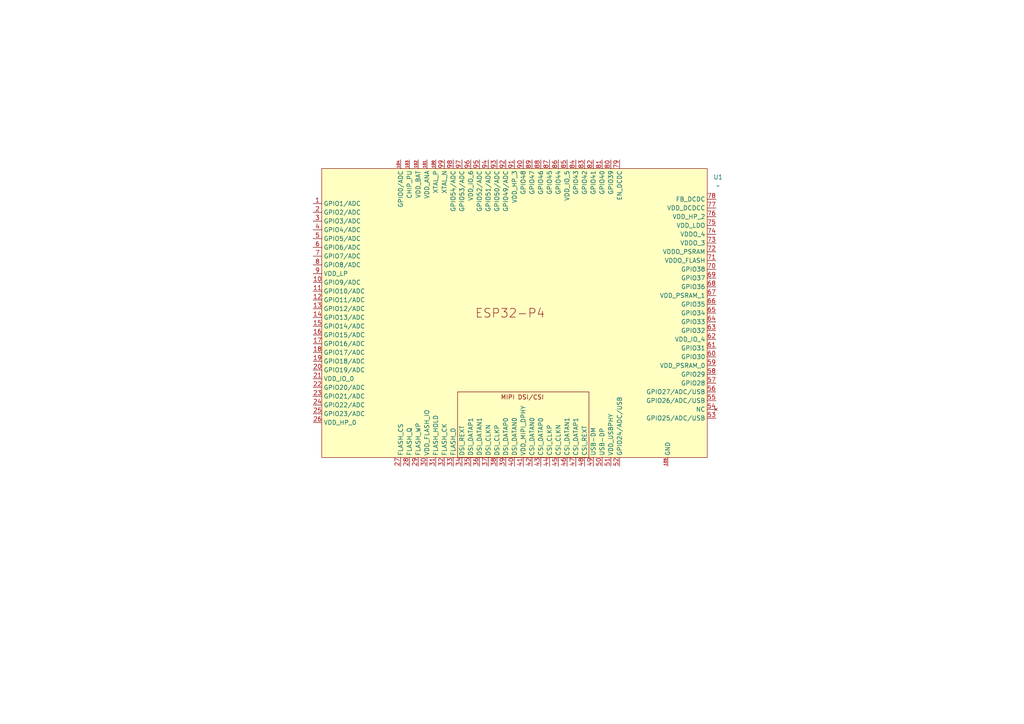
<source format=kicad_sch>
(kicad_sch (version 20250114) (generator "eeschema") (generator_version "9.0")
  (paper "A4")
  (lib_symbols
    (symbol "PCM_Espressif:ESP32-P4"
      (property "Reference" "U" (at -54.61 43.688 0))
      (symbol "ESP32-P4_1_0"
        (polyline (pts (xy -4.5252 14.5008) (xy -4.7395 14.2776) (xy -4.9415 14.045) (xy -5.131 13.8036) (xy -5.3078 13.5539) (xy -5.4717 13.2963) (xy -5.6225 13.0315) (xy -5.7599 12.7599) (xy -5.8838 12.482) (xy -5.9939 12.1985) (xy -6.0901 11.9096) (xy -6.172 11.6161) (xy -6.2395 11.3184) (xy -6.2924 11.017) (xy -6.3305 10.7125) (xy -6.3535 10.4053) (xy -6.3612 10.096) (xy -6.3535 9.7867) (xy -6.3305 9.4795) (xy -6.2924 9.175) (xy -6.2395 8.8736) (xy -6.172 8.5759) (xy -6.0901 8.2824) (xy -5.9939 7.9936) (xy -5.8838 7.71) (xy -5.7599 7.4321) (xy -5.6225 7.1605) (xy -5.4717 6.8957) (xy -5.3078 6.6381) (xy -5.131 6.3884) (xy -4.9415 6.147) (xy -4.7395 5.9144) (xy -4.5252 5.6912) (xy -4.302 5.477) (xy -4.0694 5.275) (xy -3.828 5.0855) (xy -3.5783 4.9087) (xy -3.3208 4.7448) (xy -3.0559 4.594) (xy -2.7843 4.4565) (xy -2.5065 4.3326) (xy -2.2229 4.2225) (xy -1.9341 4.1264) (xy -1.6406 4.0444) (xy -1.3428 3.9769) (xy -1.0415 3.924) (xy -0.7369 3.886) (xy -0.4297 3.863) (xy -0.1204 3.8553) (xy 0.1889 3.863) (xy 0.496 3.886) (xy 0.8006 3.924) (xy 1.102 3.9769) (xy 1.3997 4.0444) (xy 1.6932 4.1264) (xy 1.982 4.2225) (xy 2.2656 4.3326) (xy 2.5435 4.4565) (xy 2.8151 4.594) (xy 3.0799 4.7448) (xy 3.3374 4.9087) (xy 3.5871 5.0855) (xy 3.8286 5.275) (xy 4.0611 5.477) (xy 4.2843 5.6912) (xy 4.6426 5.333) (xy 4.398 5.1039) (xy 4.1433 4.8884) (xy 3.8791 4.6866) (xy 3.6061 4.4988) (xy 3.3247 4.3252) (xy 3.0356 4.166) (xy 2.7394 4.0215) (xy 2.4365 3.8919) (xy 2.1276 3.7774) (xy 1.8132 3.6783) (xy 1.4939 3.5947) (xy 1.1704 3.5269) (xy 0.8431 3.4752) (xy 0.5126 3.4397) (xy 0.1795 3.4206) (xy -0.1557 3.4183) (xy -0.5004 3.427) (xy -0.8406 3.4528) (xy -1.1759 3.4953) (xy -1.5058 3.554) (xy -1.83 3.6286) (xy -2.148 3.7187) (xy -2.4594 3.8237) (xy -2.7638 3.9434) (xy -3.0608 4.0772) (xy -3.3499 4.2248) (xy -3.6308 4.3857) (xy -3.9029 4.5595) (xy -4.166 4.7459) (xy -4.4195 4.9443) (xy -4.663 5.1545) (xy -4.8962 5.3758) (xy -5.1186 5.6081) (xy -5.3298 5.8507) (xy -5.5294 6.1033) (xy -5.7169 6.3655) (xy -5.8919 6.6369) (xy -6.0541 6.9171) (xy -6.2029 7.2055) (xy -6.338 7.5019) (xy -6.459 7.8058) (xy -6.5654 8.1168) (xy -6.6568 8.4344) (xy -6.7328 8.7582) (xy -6.793 9.0879) (xy -6.837 9.423) (xy -6.8642 9.7631) (xy -6.8744 10.1077) (xy -6.8671 10.4411) (xy -6.8433 10.7723) (xy -6.8032 11.1006) (xy -6.7471 11.4256) (xy -6.6752 11.7466) (xy -6.5877 12.0632) (xy -6.4848 12.3747) (xy -6.3669 12.6806) (xy -6.234 12.9804) (xy -6.0865 13.2734) (xy -5.9246 13.5592) (xy -5.7485 13.8371) (xy -5.5585 14.1066) (xy -5.3547 14.3671) (xy -5.1374 14.6181) (xy -4.9069 14.8591) (xy -4.5252 14.5008)) (stroke (width -0.0001)) (fill (type color) (color 231 53 44 1)))
        (polyline (pts (xy -3.6305 7.4286) (xy -3.5877 7.4254) (xy -3.5453 7.4201) (xy -3.5033 7.4128) (xy -3.4618 7.4034) (xy -3.4208 7.3921) (xy -3.3806 7.3787) (xy -3.341 7.3635) (xy -3.3022 7.3463) (xy -3.2643 7.3272) (xy -3.2274 7.3063) (xy -3.1914 7.2836) (xy -3.1565 7.2591) (xy -3.1228 7.2328) (xy -3.0902 7.2048) (xy -3.059 7.1751) (xy -3.0293 7.1438) (xy -3.0013 7.1113) (xy -2.975 7.0776) (xy -2.9505 7.0427) (xy -2.9277 7.0067) (xy -2.9068 6.9697) (xy -2.8878 6.9318) (xy -2.8706 6.8931) (xy -2.8553 6.8535) (xy -2.842 6.8132) (xy -2.8306 6.7723) (xy -2.8213 6.7308) (xy -2.8139 6.6888) (xy -2.8087 6.6463) (xy -2.8055 6.6035) (xy -2.8044 6.5604) (xy -2.8069 6.495) (xy -2.8142 6.4305) (xy -2.8261 6.3673) (xy -2.8426 6.3056) (xy -2.8635 6.2455) (xy -2.8886 6.1873) (xy -2.9178 6.1313) (xy -2.9509 6.0775) (xy -2.9879 6.0263) (xy -3.0285 5.9779) (xy -3.0726 5.9324) (xy -3.1201 5.8902) (xy -3.1709 5.8513) (xy -3.2247 5.8161) (xy -3.2814 5.7847) (xy -3.341 5.7574) (xy -3.4024 5.7346) (xy -3.4648 5.7167) (xy -3.5277 5.7035) (xy -3.5911 5.6951) (xy -3.6546 5.6914) (xy -3.7179 5.6923) (xy -3.7809 5.6979) (xy -3.8432 5.7079) (xy -3.9046 5.7225) (xy -3.9649 5.7415) (xy -4.0238 5.7649) (xy -4.081 5.7926) (xy -4.1364 5.8246) (xy -4.1895 5.8608) (xy -4.2402 5.9012) (xy -4.2883 5.9458) (xy -4.3328 5.9938) (xy -4.3732 6.0446) (xy -4.4095 6.0977) (xy -4.4415 6.153) (xy -4.4692 6.2102) (xy -4.4926 6.2691) (xy -4.5116 6.3294) (xy -4.5261 6.3909) (xy -4.5362 6.4532) (xy -4.5417 6.5162) (xy -4.5427 6.5795) (xy -4.539 6.643) (xy -4.5305 6.7063) (xy -4.5174 6.7693) (xy -4.4995 6.8316) (xy -4.4767 6.8931) (xy -4.4635 6.9232) (xy -4.4493 6.9526) (xy -4.4341 6.9814) (xy -4.418 7.0094) (xy -4.4008 7.0367) (xy -4.3827 7.0632) (xy -4.3637 7.089) (xy -4.3439 7.1139) (xy -4.3232 7.1381) (xy -4.3016 7.1614) (xy -4.2793 7.1839) (xy -4.2562 7.2056) (xy -4.2323 7.2263) (xy -4.2077 7.2462) (xy -4.1825 7.2651) (xy -4.1565 7.2832) (xy -4.13 7.3002) (xy -4.1028 7.3163) (xy -4.0751 7.3314) (xy -4.0467 7.3455) (xy -4.0179 7.3586) (xy -3.9886 7.3706) (xy -3.9588 7.3816) (xy -3.9285 7.3915) (xy -3.8978 7.4003) (xy -3.8668 7.408) (xy -3.8353 7.4145) (xy -3.8036 7.4199) (xy -3.7715 7.4241) (xy -3.7391 7.4272) (xy -3.7065 7.429) (xy -3.6736 7.4296) (xy -3.6305 7.4286)) (stroke (width -0.0001)) (fill (type color) (color 231 53 44 1)))
        (polyline (pts (xy -3.618 12.6264) (xy -3.5535 12.6242) (xy -3.4891 12.6206) (xy -3.4247 12.6154) (xy -3.3605 12.6088) (xy -3.2964 12.6008) (xy -3.2324 12.5913) (xy -3.1686 12.5803) (xy -2.8758 12.5285) (xy -2.5881 12.464) (xy -2.3057 12.3871) (xy -2.0291 12.2981) (xy -1.7583 12.1973) (xy -1.4937 12.0851) (xy -1.2356 11.9618) (xy -0.9842 11.8278) (xy -0.7399 11.6832) (xy -0.5028 11.5285) (xy -0.2734 11.3639) (xy -0.0517 11.1898) (xy 0.1618 11.0066) (xy 0.3669 10.8144) (xy 0.5634 10.6137) (xy 0.7509 10.4048) (xy 0.9292 10.1879) (xy 1.098 9.9635) (xy 1.257 9.7317) (xy 1.4061 9.493) (xy 1.5447 9.2477) (xy 1.6728 8.996) (xy 1.7901 8.7384) (xy 1.8962 8.475) (xy 1.9909 8.2063) (xy 2.0739 7.9326) (xy 2.1449 7.6541) (xy 2.2037 7.3713) (xy 2.25 7.0843) (xy 2.2835 6.7936) (xy 2.3039 6.4995) (xy 2.311 6.2022) (xy 2.3098 6.0507) (xy 2.305 5.8994) (xy 2.2965 5.7483) (xy 2.2844 5.5975) (xy 2.2686 5.447) (xy 2.2492 5.2969) (xy 2.2261 5.1473) (xy 2.1994 4.9982) (xy 2.0925 4.9484) (xy 1.9845 4.9008) (xy 1.8757 4.8555) (xy 1.7659 4.8125) (xy 1.6553 4.7718) (xy 1.5438 4.7333) (xy 1.4315 4.6972) (xy 1.3185 4.6634) (xy 0.2965 4.9512) (xy 0.3243 5.0485) (xy 0.3496 5.1464) (xy 0.3725 5.2448) (xy 0.3928 5.3438) (xy 0.4107 5.4433) (xy 0.4261 5.5432) (xy 0.4389 5.6435) (xy 0.4492 5.7441) (xy 0.4666 5.9799) (xy 0.4719 6.2138) (xy 0.4656 6.4456) (xy 0.4477 6.6747) (xy 0.4187 6.901) (xy 0.3788 7.1242) (xy 0.3281 7.3438) (xy 0.267 7.5597) (xy 0.1958 7.7714) (xy 0.1146 7.9787) (xy 0.0237 8.1813) (xy -0.0765 8.3788) (xy -0.1859 8.5709) (xy -0.3042 8.7574) (xy -0.4311 8.9378) (xy -0.5665 9.112) (xy -0.7099 9.2795) (xy -0.8612 9.4401) (xy -1.0201 9.5934) (xy -1.1864 9.7391) (xy -1.3597 9.877) (xy -1.5399 10.0067) (xy -1.7267 10.1278) (xy -1.9199 10.2401) (xy -2.1191 10.3433) (xy -2.3241 10.437) (xy -2.5346 10.521) (xy -2.7505 10.5948) (xy -2.9714 10.6583) (xy -3.1971 10.7111) (xy -3.4274 10.7528) (xy -3.6619 10.7831) (xy -3.6793 10.7845) (xy -3.6967 10.7851) (xy -3.714 10.7847) (xy -3.7313 10.7835) (xy -3.7484 10.7814) (xy -3.7653 10.7785) (xy -3.7821 10.7748) (xy -3.7987 10.7702) (xy -3.815 10.7648) (xy -3.831 10.7586) (xy -3.8467 10.7516) (xy -3.8621 10.7438) (xy -3.8771 10.7353) (xy -3.8917 10.726) (xy -3.9059 10.7159) (xy -3.9196 10.7051) (xy -3.9328 10.6936) (xy -3.9453 10.6815) (xy -3.9571 10.6688) (xy -3.9683 10.6556) (xy -3.9788 10.6419) (xy -3.9885 10.6278) (xy -3.9975 10.6131) (xy -4.0058 10.5981) (xy -4.0133 10.5826) (xy -4.0201 10.5668) (xy -4.0261 10.5507) (xy -4.0312 10.5343) (xy -4.0356 10.5175) (xy -4.0391 10.5006) (xy -4.0418 10.4834) (xy -4.0436 10.466) (xy -4.0442 10.4485) (xy -4.044 10.4311) (xy -4.0429 10.414) (xy -4.041 10.397) (xy -4.0383 10.3803) (xy -4.0349 10.3638) (xy -4.0307 10.3475) (xy -4.0258 10.3316) (xy -4.0201 10.3159) (xy -4.0137 10.3006) (xy -4.0067 10.2857) (xy -3.999 10.2711) (xy -3.9907 10.2569) (xy -3.9817 10.2431) (xy -3.9721 10.2298) (xy -3.9619 10.2169) (xy -3.9511 10.2045) (xy -3.9398 10.1925) (xy -3.9279 10.1812) (xy -3.9156 10.1703) (xy -3.9027 10.16) (xy -3.8893 10.1503) (xy -3.8754 10.1412) (xy -3.8611 10.1328) (xy -3.8463 10.1249) (xy -3.8312 10.1178) (xy -3.8156 10.1113) (xy -3.7997 10.1056) (xy -3.7833 10.1006) (xy -3.7667 10.0963) (xy -3.7497 10.0928) (xy -3.7324 10.0901) (xy -3.5982 10.0737) (xy -3.4649 10.0526) (xy -3.3328 10.0268) (xy -3.2018 9.9964) (xy -3.0721 9.9615) (xy -2.9438 9.9222) (xy -2.8171 9.8783) (xy -2.6921 9.8301) (xy -2.5688 9.7775) (xy -2.4474 9.7206) (xy -2.3279 9.6594) (xy -2.2106 9.5941) (xy -2.0956 9.5245) (xy -1.9828 9.4509) (xy -1.8726 9.3732) (xy -1.7649 9.2914) (xy -1.5689 9.133) (xy -1.3849 8.9636) (xy -1.2132 8.7839) (xy -1.054 8.5945) (xy -0.9076 8.3962) (xy -0.7744 8.1897) (xy -0.6546 7.9756) (xy -0.5486 7.7546) (xy -0.4567 7.5274) (xy -0.3791 7.2946) (xy -0.3162 7.057) (xy -0.2682 6.8153) (xy -0.2355 6.5701) (xy -0.2184 6.3221) (xy -0.2171 6.072) (xy -0.232 5.8204) (xy -0.2379 5.8498) (xy -0.2474 5.7618) (xy -0.259 5.6741) (xy -0.2725 5.5868) (xy -0.2881 5.4998) (xy -0.3056 5.4133) (xy -0.325 5.3272) (xy -0.3464 5.2417) (xy -0.3698 5.1566) (xy -0.3951 5.0721) (xy -0.4223 4.9882) (xy -0.4514 4.9049) (xy -0.4825 4.8223) (xy -0.5154 4.7404) (xy -0.5502 4.6591) (xy -0.5869 4.5787) (xy -0.6255 4.499) (xy -0.7594 4.5091) (xy -0.8929 4.5226) (xy -1.026 4.5396) (xy -1.1586 4.56) (xy -1.2906 4.5837) (xy -1.422 4.6108) (xy -1.5527 4.6413) (xy -1.6827 4.6752) (xy -2.3874 5.1275) (xy -2.3483 5.1901) (xy -2.3116 5.2539) (xy -2.2773 5.3189) (xy -2.2455 5.3849) (xy -2.216 5.452) (xy -2.189 5.52) (xy -2.1645 5.5889) (xy -2.1425 5.6587) (xy -2.123 5.7291) (xy -2.106 5.8003) (xy -2.0916 5.872) (xy -2.0797 5.9443) (xy -2.0705 6.017) (xy -2.0639 6.0902) (xy -2.0599 6.1637) (xy -2.0585 6.2374) (xy -2.0607 6.3312) (xy -2.0669 6.424) (xy -2.0773 6.5157) (xy -2.0916 6.6063) (xy -2.1099 6.6956) (xy -2.1319 6.7836) (xy -2.1577 6.8701) (xy -2.1872 6.9551) (xy -2.2203 7.0384) (xy -2.2568 7.1199) (xy -2.2967 7.1996) (xy -2.34 7.2774) (xy -2.3865 7.3531) (xy -2.4362 7.4267) (xy -2.4889 7.498) (xy -2.5446 7.5669) (xy -2.6032 7.6334) (xy -2.6646 7.6974) (xy -2.7288 7.7587) (xy -2.7956 7.8172) (xy -2.865 7.873) (xy -2.9368 7.9257) (xy -3.0111 7.9754) (xy -3.0877 8.022) (xy -3.1665 8.0654) (xy -3.2474 8.1053) (xy -3.3304 8.1419) (xy -3.4154 8.1749) (xy -3.5023 8.2043) (xy -3.591 8.2299) (xy -3.6814 8.2516) (xy -3.7735 8.2695) (xy -3.8431 8.2786) (xy -3.9125 8.2887) (xy -3.9818 8.2998) (xy -4.0509 8.3118) (xy -4.1198 8.3248) (xy -4.1886 8.3387) (xy -4.2572 8.3535) (xy -4.3255 8.3693) (xy -4.4547 8.416) (xy -4.5798 8.4702) (xy -4.7006 8.5317) (xy -4.8168 8.6002) (xy -4.9283 8.6755) (xy -5.0346 8.7572) (xy -5.1356 8.845) (xy -5.231 8.9388) (xy -5.3205 9.0382) (xy -5.4038 9.143) (xy -5.4808 9.2528) (xy -5.551 9.3675) (xy -5.6144 9.4866) (xy -5.6705 9.61) (xy -5.7192 9.7374) (xy -5.7601 9.8685) (xy -5.7927 10.0018) (xy -5.8169 10.136) (xy -5.8326 10.2706) (xy -5.8399 10.4054) (xy -5.839 10.5398) (xy -5.8299 10.6736) (xy -5.8126 10.8064) (xy -5.7874 10.9378) (xy -5.7541 11.0673) (xy -5.7131 11.1948) (xy -5.6642 11.3197) (xy -5.6077 11.4417) (xy -5.5436 11.5604) (xy -5.4719 11.6755) (xy -5.3928 11.7865) (xy -5.3063 11.8932) (xy -5.2502 11.9547) (xy -5.192 12.014) (xy -5.1318 12.071) (xy -5.0696 12.1256) (xy -5.0055 12.1778) (xy -4.9396 12.2275) (xy -4.8719 12.2748) (xy -4.8026 12.3195) (xy -4.7316 12.3616) (xy -4.6592 12.4011) (xy -4.5852 12.4379) (xy -4.5099 12.472) (xy -4.4333 12.5033) (xy -4.3555 12.5319) (xy -4.2765 12.5575) (xy -4.1963 12.5803) (xy -4.1325 12.5913) (xy -4.0686 12.6008) (xy -4.0044 12.6088) (xy -3.9402 12.6154) (xy -3.8758 12.6206) (xy -3.8114 12.6242) (xy -3.7469 12.6264) (xy -3.6824 12.6271) (xy -3.618 12.6264)) (stroke (width -0.0001)) (fill (type color) (color 231 53 44 1)))
        (polyline (pts (xy -2.4888 15.0391) (xy -2.1257 14.9638) (xy -1.7681 14.8742) (xy -1.4164 14.7707) (xy -1.071 14.6535) (xy -0.732 14.523) (xy -0.3999 14.3795) (xy -0.075 14.2232) (xy 0.2426 14.0546) (xy 0.5523 13.8739) (xy 0.854 13.6814) (xy 1.1474 13.4774) (xy 1.7076 13.0362) (xy 2.2307 12.5528) (xy 2.714 12.0298) (xy 3.1552 11.4695) (xy 3.3592 11.1762) (xy 3.5517 10.8745) (xy 3.7324 10.5647) (xy 3.9011 10.2472) (xy 4.0573 9.9222) (xy 4.2008 9.5901) (xy 4.3313 9.2512) (xy 4.4485 8.9057) (xy 4.552 8.554) (xy 4.6416 8.1965) (xy 4.7169 7.8333) (xy 4.7777 7.4649) (xy 4.682 7.2953) (xy 4.581 7.1291) (xy 4.4747 6.9663) (xy 4.3632 6.807) (xy 4.2466 6.6514) (xy 4.1251 6.4997) (xy 3.9986 6.3518) (xy 3.8674 6.208) (xy 3.0275 6.208) (xy 3.0176 6.5755) (xy 2.9895 6.9381) (xy 2.9436 7.2955) (xy 2.8803 7.6471) (xy 2.8001 7.9925) (xy 2.7035 8.3313) (xy 2.5908 8.6631) (xy 2.4626 8.9873) (xy 2.3193 9.3035) (xy 2.1612 9.6113) (xy 1.989 9.9103) (xy 1.803 10.2) (xy 1.6037 10.4799) (xy 1.3915 10.7496) (xy 1.1669 11.0086) (xy 0.9303 11.2566) (xy 0.6821 11.493) (xy 0.4229 11.7174) (xy 0.153 11.9294) (xy -0.1271 12.1285) (xy -0.4169 12.3142) (xy -0.716 12.4862) (xy -1.0239 12.644) (xy -1.3403 12.787) (xy -1.6646 12.915) (xy -1.9964 13.0274) (xy -2.3353 13.1237) (xy -2.6808 13.2036) (xy -3.0325 13.2666) (xy -3.3899 13.3123) (xy -3.7525 13.3401) (xy -4.12 13.3497) (xy -4.12 14.1895) (xy -3.9763 14.3219) (xy -3.8282 14.4491) (xy -3.676 14.5711) (xy -3.5198 14.6879) (xy -3.3596 14.7992) (xy -3.1958 14.9051) (xy -3.0283 15.0053) (xy -2.8573 15.0998) (xy -2.4888 15.0391)) (stroke (width -0.0001)) (fill (type color) (color 231 53 44 1)))
        (polyline (pts (xy 0.0716 15.7459) (xy 0.3596 15.7254) (xy 0.6435 15.6907) (xy 0.9229 15.6421) (xy 1.1975 15.58) (xy 1.4668 15.5048) (xy 1.7305 15.4167) (xy 1.9883 15.3162) (xy 2.2398 15.2037) (xy 2.4847 15.0794) (xy 2.7225 14.9437) (xy 2.953 14.797) (xy 3.1757 14.6397) (xy 3.3903 14.4721) (xy 3.5964 14.2945) (xy 3.7938 14.1074) (xy 3.9819 13.911) (xy 4.1606 13.7058) (xy 4.3293 13.492) (xy 4.4878 13.2701) (xy 4.6357 13.0404) (xy 4.7726 12.8033) (xy 4.8981 12.5591) (xy 5.012 12.3082) (xy 5.1138 12.0509) (xy 5.2032 11.7876) (xy 5.2799 11.5187) (xy 5.3434 11.2445) (xy 5.3934 10.9653) (xy 5.4296 10.6816) (xy 5.4516 10.3937) (xy 5.459 10.1019) (xy 5.4548 9.9773) (xy 5.4517 9.9103) (xy 5.4473 9.8524) (xy 5.4417 9.8005) (xy 5.4349 9.7519) (xy 5.4268 9.7037) (xy 5.4173 9.6529) (xy 5.3943 9.5322) (xy 5.0185 9.3971) (xy 4.8209 9.9121) (xy 4.5958 10.4122) (xy 4.3441 10.8965) (xy 4.0667 11.3641) (xy 3.7645 11.8142) (xy 3.4385 12.2458) (xy 3.0894 12.658) (xy 2.7183 13.0499) (xy 2.326 13.4207) (xy 1.9135 13.7693) (xy 1.4815 14.0949) (xy 1.0312 14.3967) (xy 0.5632 14.6736) (xy 0.0787 14.9248) (xy -0.4216 15.1494) (xy -0.9368 15.3465) (xy -0.8076 15.7224) (xy -0.7349 15.7321) (xy -0.6621 15.7394) (xy -0.5892 15.7446) (xy -0.5161 15.7481) (xy -0.4428 15.7502) (xy -0.369 15.7513) (xy -0.2203 15.7517) (xy 0.0716 15.7459)) (stroke (width -0.0001)) (fill (type color) (color 231 53 44 1)))
        (pin bidirectional line (at -57.15 8.89 0) (length 2.54) (name "GPIO9/ADC") (number "10"))
        (pin bidirectional line (at -57.15 6.35 0) (length 2.54) (name "GPIO10/ADC") (number "11"))
        (pin bidirectional line (at -57.15 3.81 0) (length 2.54) (name "GPIO11/ADC") (number "12"))
        (pin bidirectional line (at -57.15 1.27 0) (length 2.54) (name "GPIO12/ADC") (number "13"))
        (pin bidirectional line (at -57.15 -1.27 0) (length 2.54) (name "GPIO13/ADC") (number "14"))
        (pin bidirectional line (at -57.15 -3.81 0) (length 2.54) (name "GPIO14/ADC") (number "15"))
        (pin bidirectional line (at -57.15 -6.35 0) (length 2.54) (name "GPIO15/ADC") (number "16"))
        (pin bidirectional line (at -57.15 -8.89 0) (length 2.54) (name "GPIO16/ADC") (number "17"))
        (pin bidirectional line (at -57.15 -11.43 0) (length 2.54) (name "GPIO17/ADC") (number "18"))
        (pin bidirectional line (at -57.15 -13.97 0) (length 2.54) (name "GPIO18/ADC") (number "19"))
        (pin bidirectional line (at -57.15 -16.51 0) (length 2.54) (name "GPIO19/ADC") (number "20"))
        (pin power_in line (at -57.15 -19.05 0) (length 2.54) (name "VDD_IO_0") (number "21"))
        (pin bidirectional line (at -57.15 -21.59 0) (length 2.54) (name "GPIO20/ADC") (number "22"))
        (pin bidirectional line (at -57.15 -24.13 0) (length 2.54) (name "GPIO21/ADC") (number "23"))
        (pin bidirectional line (at -57.15 -26.67 0) (length 2.54) (name "GPIO22/ADC") (number "24"))
        (pin bidirectional line (at -57.15 -29.21 0) (length 2.54) (name "GPIO23/ADC") (number "25"))
        (pin power_in line (at -57.15 -31.75 0) (length 2.54) (name "VDD_HP_0") (number "26"))
        (pin bidirectional line (at -31.75 44.45 270) (length 2.54) (name "GPIO0/ADC") (number "104"))
        (pin bidirectional line (at -31.75 -44.45 90) (length 2.54) (name "FLASH_CS") (number "27"))
        (pin input line (at -29.21 44.45 270) (length 2.54) (name "CHIP_PU") (number "103"))
        (pin bidirectional line (at -29.21 -44.45 90) (length 2.54) (name "FLASH_Q") (number "28"))
        (pin bidirectional line (at -26.67 44.45 270) (length 2.54) (name "VDD_BAT") (number "102"))
        (pin bidirectional line (at -26.67 -44.45 90) (length 2.54) (name "FLASH_WP") (number "29"))
        (pin bidirectional line (at -24.13 44.45 270) (length 2.54) (name "VDD_ANA") (number "101"))
        (pin power_in line (at -24.13 -44.45 90) (length 2.54) (name "VDD_FLASH_IO") (number "30"))
        (pin bidirectional line (at -21.59 44.45 270) (length 2.54) (name "XTAL_P") (number "100"))
        (pin bidirectional line (at -21.59 -44.45 90) (length 2.54) (name "FLASH_HOLD") (number "31"))
        (pin bidirectional line (at -19.05 44.45 270) (length 2.54) (name "XTAL_N") (number "99"))
        (pin bidirectional line (at -19.05 -44.45 90) (length 2.54) (name "FLASH_CK") (number "32"))
        (pin bidirectional line (at -16.51 44.45 270) (length 2.54) (name "GPIO54/ADC") (number "98"))
        (pin bidirectional line (at -16.51 -44.45 90) (length 2.54) (name "FLASH_D") (number "33"))
        (pin bidirectional line (at -13.97 44.45 270) (length 2.54) (name "GPIO53/ADC") (number "97"))
        (pin bidirectional line (at -13.97 -44.45 90) (length 2.54) (name "DSI_REXT") (number "34"))
        (pin power_in line (at -11.43 44.45 270) (length 2.54) (name "VDD_IO_6") (number "96"))
        (pin bidirectional line (at -11.43 -44.45 90) (length 2.54) (name "DSI_DATAP1") (number "35"))
        (pin bidirectional line (at -8.89 44.45 270) (length 2.54) (name "GPIO52/ADC") (number "95"))
        (pin bidirectional line (at -8.89 -44.45 90) (length 2.54) (name "DSI_DATAN1") (number "36"))
        (pin bidirectional line (at -6.35 44.45 270) (length 2.54) (name "GPIO51/ADC") (number "94"))
        (pin bidirectional line (at -6.35 -44.45 90) (length 2.54) (name "DSI_CLKN") (number "37"))
        (pin bidirectional line (at -3.81 44.45 270) (length 2.54) (name "GPIO50/ADC") (number "93"))
        (pin bidirectional line (at -3.81 -44.45 90) (length 2.54) (name "DSI_CLKP") (number "38"))
        (pin bidirectional line (at -1.27 44.45 270) (length 2.54) (name "GPIO49/ADC") (number "92"))
        (pin bidirectional line (at -1.27 -44.45 90) (length 2.54) (name "DSI_DATAP0") (number "39"))
        (pin power_in line (at 1.27 44.45 270) (length 2.54) (name "VDD_HP_3") (number "91"))
        (pin bidirectional line (at 1.27 -44.45 90) (length 2.54) (name "DSI_DATAN0") (number "40"))
        (pin bidirectional line (at 3.81 44.45 270) (length 2.54) (name "GPIO48") (number "90"))
        (pin power_in line (at 3.81 -44.45 90) (length 2.54) (name "VDD_MIPI_DPHY") (number "41"))
        (pin bidirectional line (at 6.35 44.45 270) (length 2.54) (name "GPIO47") (number "89"))
        (pin bidirectional line (at 6.35 -44.45 90) (length 2.54) (name "CSI_DATAN0") (number "42"))
        (pin bidirectional line (at 8.89 44.45 270) (length 2.54) (name "GPIO46") (number "88"))
        (pin bidirectional line (at 8.89 -44.45 90) (length 2.54) (name "CSI_DATAP0") (number "43"))
        (pin bidirectional line (at 11.43 44.45 270) (length 2.54) (name "GPIO45") (number "87"))
        (pin bidirectional line (at 11.43 -44.45 90) (length 2.54) (name "CSI_CLKP") (number "44"))
        (pin bidirectional line (at 13.97 44.45 270) (length 2.54) (name "GPIO44") (number "86"))
        (pin bidirectional line (at 13.97 -44.45 90) (length 2.54) (name "CSI_CLKN") (number "45"))
        (pin power_in line (at 16.51 44.45 270) (length 2.54) (name "VDD_IO_5") (number "85"))
        (pin bidirectional line (at 16.51 -44.45 90) (length 2.54) (name "CSI_DATAN1") (number "46"))
        (pin bidirectional line (at 19.05 44.45 270) (length 2.54) (name "GPIO43") (number "84"))
        (pin bidirectional line (at 19.05 -44.45 90) (length 2.54) (name "CSI_DATAP1") (number "47"))
        (pin bidirectional line (at 21.59 44.45 270) (length 2.54) (name "GPIO42") (number "83"))
        (pin bidirectional line (at 21.59 -44.45 90) (length 2.54) (name "CSI_REXT") (number "48"))
        (pin bidirectional line (at 24.13 44.45 270) (length 2.54) (name "GPIO41") (number "82"))
        (pin bidirectional line (at 24.13 -44.45 90) (length 2.54) (name "USB-DM") (number "49"))
        (pin bidirectional line (at 26.67 44.45 270) (length 2.54) (name "GPIO40") (number "81"))
        (pin bidirectional line (at 26.67 -44.45 90) (length 2.54) (name "USB-DP") (number "50"))
        (pin bidirectional line (at 29.21 44.45 270) (length 2.54) (name "GPIO39") (number "80"))
        (pin power_in line (at 29.21 -44.45 90) (length 2.54) (name "VDD_USBPHY") (number "51"))
        (pin output line (at 31.75 44.45 270) (length 2.54) (name "EN_DCDC") (number "79"))
        (pin bidirectional line (at 31.75 -44.45 90) (length 2.54) (name "GPIO24/ADC/USB") (number "52"))
        (pin power_in line (at 45.72 -44.45 90) (length 2.54) (name "GND") (number "105"))
        (pin bidirectional line (at 59.69 33.02 180) (length 2.54) (name "FB_DCDC") (number "78"))
        (pin power_in line (at 59.69 30.48 180) (length 2.54) (name "VDD_DCDCC") (number "77"))
        (pin power_in line (at 59.69 27.94 180) (length 2.54) (name "VDD_HP_2") (number "76"))
        (pin power_in line (at 59.69 25.4 180) (length 2.54) (name "VDD_LDO") (number "75"))
        (pin power_in line (at 59.69 22.86 180) (length 2.54) (name "VDDO_4") (number "74"))
        (pin power_in line (at 59.69 20.32 180) (length 2.54) (name "VDDO_3") (number "73"))
        (pin power_in line (at 59.69 17.78 180) (length 2.54) (name "VDDO_PSRAM") (number "72"))
        (pin power_in line (at 59.69 15.24 180) (length 2.54) (name "VDDO_FLASH") (number "71"))
        (pin bidirectional line (at 59.69 12.7 180) (length 2.54) (name "GPIO38") (number "70"))
        (pin bidirectional line (at 59.69 10.16 180) (length 2.54) (name "GPIO37") (number "69"))
        (pin bidirectional line (at 59.69 7.62 180) (length 2.54) (name "GPIO36") (number "68"))
        (pin power_in line (at 59.69 5.08 180) (length 2.54) (name "VDD_PSRAM_1") (number "67"))
        (pin bidirectional line (at 59.69 2.54 180) (length 2.54) (name "GPIO35") (number "66"))
        (pin bidirectional line (at 59.69 0 180) (length 2.54) (name "GPIO34") (number "65"))
        (pin bidirectional line (at 59.69 -2.54 180) (length 2.54) (name "GPIO33") (number "64"))
        (pin bidirectional line (at 59.69 -5.08 180) (length 2.54) (name "GPIO32") (number "63"))
        (pin power_in line (at 59.69 -7.62 180) (length 2.54) (name "VDD_IO_4") (number "62"))
        (pin bidirectional line (at 59.69 -10.16 180) (length 2.54) (name "GPIO31") (number "61"))
        (pin bidirectional line (at 59.69 -12.7 180) (length 2.54) (name "GPIO30") (number "60"))
        (pin power_in line (at 59.69 -15.24 180) (length 2.54) (name "VDD_PSRAM_0") (number "59"))
        (pin bidirectional line (at 59.69 -17.78 180) (length 2.54) (name "GPIO29") (number "58"))
        (pin bidirectional line (at 59.69 -20.32 180) (length 2.54) (name "GPIO28") (number "57"))
        (pin bidirectional line (at 59.69 -22.86 180) (length 2.54) (name "GPIO27/ADC/USB") (number "56"))
        (pin bidirectional line (at 59.69 -25.4 180) (length 2.54) (name "GPIO26/ADC/USB") (number "55"))
        (pin no_connect line (at 59.69 -27.94 180) (length 2.54) (name "NC") (number "54"))
        (pin bidirectional line (at 59.69 -30.48 180) (length 2.54) (name "GPIO25/ADC/USB") (number "53"))
      )
      (symbol "ESP32-P4_1_1"
        (rectangle (start -54.61 41.91) (end 57.15 -41.91) (fill (type background)))
        (rectangle (start -15.24 -22.86) (end 22.86 -41.91))
        (text "ESP32-P4" (at 0 0 0) (effects (font (size 2.54 2.54))))
        (text "MIPI DSI/CSI" (at 3.556 -24.384 0) (effects (font (size 1.27 1.27))))
        (pin bidirectional line (at -57.15 31.75 0) (length 2.54) (name "GPIO1/ADC") (number "1"))
        (pin bidirectional line (at -57.15 29.21 0) (length 2.54) (name "GPIO2/ADC") (number "2"))
        (pin bidirectional line (at -57.15 26.67 0) (length 2.54) (name "GPIO3/ADC") (number "3"))
        (pin bidirectional line (at -57.15 24.13 0) (length 2.54) (name "GPIO4/ADC") (number "4"))
        (pin bidirectional line (at -57.15 21.59 0) (length 2.54) (name "GPIO5/ADC") (number "5"))
        (pin bidirectional line (at -57.15 19.05 0) (length 2.54) (name "GPIO6/ADC") (number "6"))
        (pin bidirectional line (at -57.15 16.51 0) (length 2.54) (name "GPIO7/ADC") (number "7"))
        (pin bidirectional line (at -57.15 13.97 0) (length 2.54) (name "GPIO8/ADC") (number "8"))
        (pin power_in line (at -57.15 11.43 0) (length 2.54) (name "VDD_LP") (number "9"))
      )
    )
  )
  (symbol (lib_id "PCM_Espressif:ESP32-P4") (at 147.955 90.805 0) (unit 1)
    (property "Reference" "U1" (at 208.28 51.3648 0))
    (property "Value" "~" (at 208.28 53.9048 0))
    (property "Footprint" "PCM_Espressif:ESP32-P4" (effects (hide yes)))
    (property "Description" "High-performance MCU with one RISC-V 32-bit dual-core microprocessor and one single-core microprocessor" (effects (hide yes)))
  )
)
</source>
